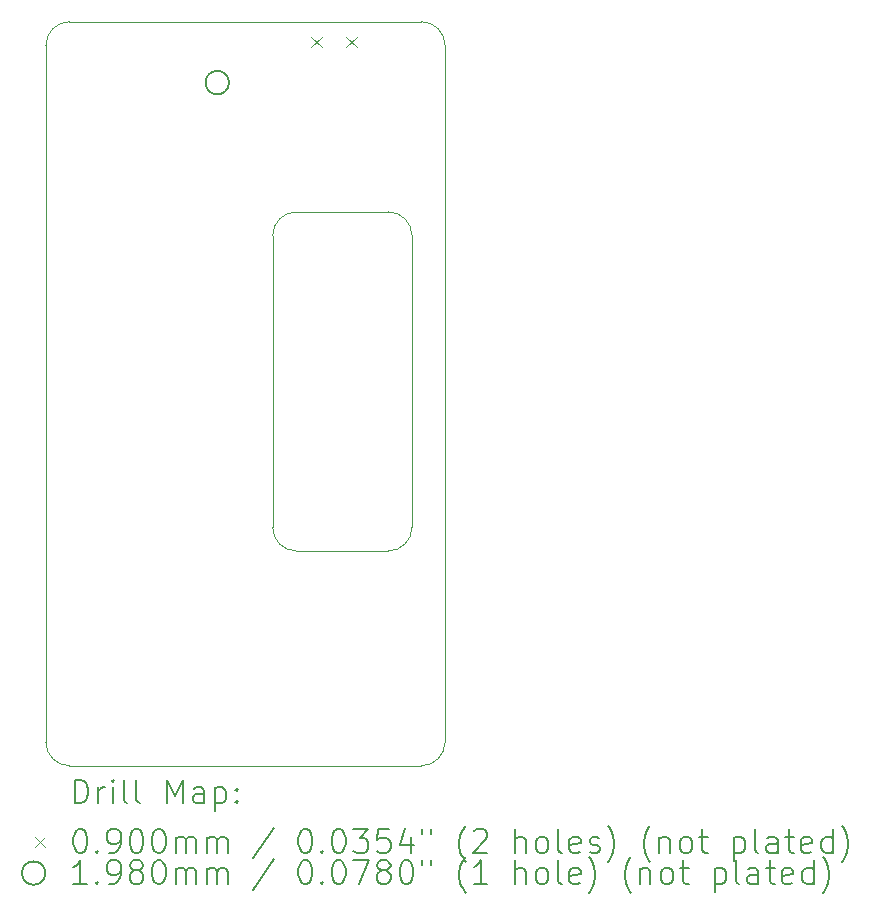
<source format=gbr>
%TF.GenerationSoftware,KiCad,Pcbnew,7.0.1*%
%TF.CreationDate,2024-04-03T13:53:12+02:00*%
%TF.ProjectId,filament,66696c61-6d65-46e7-942e-6b696361645f,rev?*%
%TF.SameCoordinates,Original*%
%TF.FileFunction,Drillmap*%
%TF.FilePolarity,Positive*%
%FSLAX45Y45*%
G04 Gerber Fmt 4.5, Leading zero omitted, Abs format (unit mm)*
G04 Created by KiCad (PCBNEW 7.0.1) date 2024-04-03 13:53:12*
%MOMM*%
%LPD*%
G01*
G04 APERTURE LIST*
%ADD10C,0.100000*%
%ADD11C,0.200000*%
%ADD12C,0.090000*%
%ADD13C,0.198000*%
G04 APERTURE END LIST*
D10*
X15020000Y-11190000D02*
G75*
G03*
X15220000Y-10990000I0J200000D01*
G01*
X12320000Y-6710000D02*
G75*
G03*
X12120000Y-6910000I0J-200000D01*
G01*
X14040000Y-10990000D02*
G75*
G03*
X14240000Y-11190000I200000J0D01*
G01*
X14040000Y-10990000D02*
X14040000Y-8520000D01*
X15020000Y-11190000D02*
X14240000Y-11190000D01*
X15500000Y-6910000D02*
G75*
G03*
X15300000Y-6710000I-200000J0D01*
G01*
X15300000Y-13008579D02*
G75*
G03*
X15500000Y-12808579I0J200000D01*
G01*
X14240000Y-8320000D02*
G75*
G03*
X14040000Y-8520000I0J-200000D01*
G01*
X14240000Y-8320000D02*
X15020000Y-8320000D01*
X12120000Y-12808579D02*
X12120000Y-6910000D01*
X15220000Y-8520000D02*
G75*
G03*
X15020000Y-8320000I-200000J0D01*
G01*
X15220000Y-8520000D02*
X15220000Y-10990000D01*
X12120000Y-12808579D02*
G75*
G03*
X12320000Y-13008579I200000J0D01*
G01*
X12320000Y-6710000D02*
X15300000Y-6710000D01*
X15300000Y-13008579D02*
X12320000Y-13008579D01*
X15500000Y-6910000D02*
X15500000Y-12808579D01*
D11*
D12*
X14365000Y-6835000D02*
X14455000Y-6925000D01*
X14455000Y-6835000D02*
X14365000Y-6925000D01*
X14665000Y-6835000D02*
X14755000Y-6925000D01*
X14755000Y-6835000D02*
X14665000Y-6925000D01*
D13*
X13670000Y-7225000D02*
G75*
G03*
X13670000Y-7225000I-99000J0D01*
G01*
D11*
X12362619Y-13326102D02*
X12362619Y-13126102D01*
X12362619Y-13126102D02*
X12410238Y-13126102D01*
X12410238Y-13126102D02*
X12438809Y-13135626D01*
X12438809Y-13135626D02*
X12457857Y-13154674D01*
X12457857Y-13154674D02*
X12467381Y-13173721D01*
X12467381Y-13173721D02*
X12476905Y-13211817D01*
X12476905Y-13211817D02*
X12476905Y-13240388D01*
X12476905Y-13240388D02*
X12467381Y-13278483D01*
X12467381Y-13278483D02*
X12457857Y-13297531D01*
X12457857Y-13297531D02*
X12438809Y-13316579D01*
X12438809Y-13316579D02*
X12410238Y-13326102D01*
X12410238Y-13326102D02*
X12362619Y-13326102D01*
X12562619Y-13326102D02*
X12562619Y-13192769D01*
X12562619Y-13230864D02*
X12572143Y-13211817D01*
X12572143Y-13211817D02*
X12581667Y-13202293D01*
X12581667Y-13202293D02*
X12600714Y-13192769D01*
X12600714Y-13192769D02*
X12619762Y-13192769D01*
X12686428Y-13326102D02*
X12686428Y-13192769D01*
X12686428Y-13126102D02*
X12676905Y-13135626D01*
X12676905Y-13135626D02*
X12686428Y-13145150D01*
X12686428Y-13145150D02*
X12695952Y-13135626D01*
X12695952Y-13135626D02*
X12686428Y-13126102D01*
X12686428Y-13126102D02*
X12686428Y-13145150D01*
X12810238Y-13326102D02*
X12791190Y-13316579D01*
X12791190Y-13316579D02*
X12781667Y-13297531D01*
X12781667Y-13297531D02*
X12781667Y-13126102D01*
X12915000Y-13326102D02*
X12895952Y-13316579D01*
X12895952Y-13316579D02*
X12886428Y-13297531D01*
X12886428Y-13297531D02*
X12886428Y-13126102D01*
X13143571Y-13326102D02*
X13143571Y-13126102D01*
X13143571Y-13126102D02*
X13210238Y-13268959D01*
X13210238Y-13268959D02*
X13276905Y-13126102D01*
X13276905Y-13126102D02*
X13276905Y-13326102D01*
X13457857Y-13326102D02*
X13457857Y-13221340D01*
X13457857Y-13221340D02*
X13448333Y-13202293D01*
X13448333Y-13202293D02*
X13429286Y-13192769D01*
X13429286Y-13192769D02*
X13391190Y-13192769D01*
X13391190Y-13192769D02*
X13372143Y-13202293D01*
X13457857Y-13316579D02*
X13438809Y-13326102D01*
X13438809Y-13326102D02*
X13391190Y-13326102D01*
X13391190Y-13326102D02*
X13372143Y-13316579D01*
X13372143Y-13316579D02*
X13362619Y-13297531D01*
X13362619Y-13297531D02*
X13362619Y-13278483D01*
X13362619Y-13278483D02*
X13372143Y-13259436D01*
X13372143Y-13259436D02*
X13391190Y-13249912D01*
X13391190Y-13249912D02*
X13438809Y-13249912D01*
X13438809Y-13249912D02*
X13457857Y-13240388D01*
X13553095Y-13192769D02*
X13553095Y-13392769D01*
X13553095Y-13202293D02*
X13572143Y-13192769D01*
X13572143Y-13192769D02*
X13610238Y-13192769D01*
X13610238Y-13192769D02*
X13629286Y-13202293D01*
X13629286Y-13202293D02*
X13638809Y-13211817D01*
X13638809Y-13211817D02*
X13648333Y-13230864D01*
X13648333Y-13230864D02*
X13648333Y-13288007D01*
X13648333Y-13288007D02*
X13638809Y-13307055D01*
X13638809Y-13307055D02*
X13629286Y-13316579D01*
X13629286Y-13316579D02*
X13610238Y-13326102D01*
X13610238Y-13326102D02*
X13572143Y-13326102D01*
X13572143Y-13326102D02*
X13553095Y-13316579D01*
X13734048Y-13307055D02*
X13743571Y-13316579D01*
X13743571Y-13316579D02*
X13734048Y-13326102D01*
X13734048Y-13326102D02*
X13724524Y-13316579D01*
X13724524Y-13316579D02*
X13734048Y-13307055D01*
X13734048Y-13307055D02*
X13734048Y-13326102D01*
X13734048Y-13202293D02*
X13743571Y-13211817D01*
X13743571Y-13211817D02*
X13734048Y-13221340D01*
X13734048Y-13221340D02*
X13724524Y-13211817D01*
X13724524Y-13211817D02*
X13734048Y-13202293D01*
X13734048Y-13202293D02*
X13734048Y-13221340D01*
D12*
X12025000Y-13608579D02*
X12115000Y-13698579D01*
X12115000Y-13608579D02*
X12025000Y-13698579D01*
D11*
X12400714Y-13546102D02*
X12419762Y-13546102D01*
X12419762Y-13546102D02*
X12438809Y-13555626D01*
X12438809Y-13555626D02*
X12448333Y-13565150D01*
X12448333Y-13565150D02*
X12457857Y-13584198D01*
X12457857Y-13584198D02*
X12467381Y-13622293D01*
X12467381Y-13622293D02*
X12467381Y-13669912D01*
X12467381Y-13669912D02*
X12457857Y-13708007D01*
X12457857Y-13708007D02*
X12448333Y-13727055D01*
X12448333Y-13727055D02*
X12438809Y-13736579D01*
X12438809Y-13736579D02*
X12419762Y-13746102D01*
X12419762Y-13746102D02*
X12400714Y-13746102D01*
X12400714Y-13746102D02*
X12381667Y-13736579D01*
X12381667Y-13736579D02*
X12372143Y-13727055D01*
X12372143Y-13727055D02*
X12362619Y-13708007D01*
X12362619Y-13708007D02*
X12353095Y-13669912D01*
X12353095Y-13669912D02*
X12353095Y-13622293D01*
X12353095Y-13622293D02*
X12362619Y-13584198D01*
X12362619Y-13584198D02*
X12372143Y-13565150D01*
X12372143Y-13565150D02*
X12381667Y-13555626D01*
X12381667Y-13555626D02*
X12400714Y-13546102D01*
X12553095Y-13727055D02*
X12562619Y-13736579D01*
X12562619Y-13736579D02*
X12553095Y-13746102D01*
X12553095Y-13746102D02*
X12543571Y-13736579D01*
X12543571Y-13736579D02*
X12553095Y-13727055D01*
X12553095Y-13727055D02*
X12553095Y-13746102D01*
X12657857Y-13746102D02*
X12695952Y-13746102D01*
X12695952Y-13746102D02*
X12715000Y-13736579D01*
X12715000Y-13736579D02*
X12724524Y-13727055D01*
X12724524Y-13727055D02*
X12743571Y-13698483D01*
X12743571Y-13698483D02*
X12753095Y-13660388D01*
X12753095Y-13660388D02*
X12753095Y-13584198D01*
X12753095Y-13584198D02*
X12743571Y-13565150D01*
X12743571Y-13565150D02*
X12734048Y-13555626D01*
X12734048Y-13555626D02*
X12715000Y-13546102D01*
X12715000Y-13546102D02*
X12676905Y-13546102D01*
X12676905Y-13546102D02*
X12657857Y-13555626D01*
X12657857Y-13555626D02*
X12648333Y-13565150D01*
X12648333Y-13565150D02*
X12638809Y-13584198D01*
X12638809Y-13584198D02*
X12638809Y-13631817D01*
X12638809Y-13631817D02*
X12648333Y-13650864D01*
X12648333Y-13650864D02*
X12657857Y-13660388D01*
X12657857Y-13660388D02*
X12676905Y-13669912D01*
X12676905Y-13669912D02*
X12715000Y-13669912D01*
X12715000Y-13669912D02*
X12734048Y-13660388D01*
X12734048Y-13660388D02*
X12743571Y-13650864D01*
X12743571Y-13650864D02*
X12753095Y-13631817D01*
X12876905Y-13546102D02*
X12895952Y-13546102D01*
X12895952Y-13546102D02*
X12915000Y-13555626D01*
X12915000Y-13555626D02*
X12924524Y-13565150D01*
X12924524Y-13565150D02*
X12934048Y-13584198D01*
X12934048Y-13584198D02*
X12943571Y-13622293D01*
X12943571Y-13622293D02*
X12943571Y-13669912D01*
X12943571Y-13669912D02*
X12934048Y-13708007D01*
X12934048Y-13708007D02*
X12924524Y-13727055D01*
X12924524Y-13727055D02*
X12915000Y-13736579D01*
X12915000Y-13736579D02*
X12895952Y-13746102D01*
X12895952Y-13746102D02*
X12876905Y-13746102D01*
X12876905Y-13746102D02*
X12857857Y-13736579D01*
X12857857Y-13736579D02*
X12848333Y-13727055D01*
X12848333Y-13727055D02*
X12838809Y-13708007D01*
X12838809Y-13708007D02*
X12829286Y-13669912D01*
X12829286Y-13669912D02*
X12829286Y-13622293D01*
X12829286Y-13622293D02*
X12838809Y-13584198D01*
X12838809Y-13584198D02*
X12848333Y-13565150D01*
X12848333Y-13565150D02*
X12857857Y-13555626D01*
X12857857Y-13555626D02*
X12876905Y-13546102D01*
X13067381Y-13546102D02*
X13086429Y-13546102D01*
X13086429Y-13546102D02*
X13105476Y-13555626D01*
X13105476Y-13555626D02*
X13115000Y-13565150D01*
X13115000Y-13565150D02*
X13124524Y-13584198D01*
X13124524Y-13584198D02*
X13134048Y-13622293D01*
X13134048Y-13622293D02*
X13134048Y-13669912D01*
X13134048Y-13669912D02*
X13124524Y-13708007D01*
X13124524Y-13708007D02*
X13115000Y-13727055D01*
X13115000Y-13727055D02*
X13105476Y-13736579D01*
X13105476Y-13736579D02*
X13086429Y-13746102D01*
X13086429Y-13746102D02*
X13067381Y-13746102D01*
X13067381Y-13746102D02*
X13048333Y-13736579D01*
X13048333Y-13736579D02*
X13038809Y-13727055D01*
X13038809Y-13727055D02*
X13029286Y-13708007D01*
X13029286Y-13708007D02*
X13019762Y-13669912D01*
X13019762Y-13669912D02*
X13019762Y-13622293D01*
X13019762Y-13622293D02*
X13029286Y-13584198D01*
X13029286Y-13584198D02*
X13038809Y-13565150D01*
X13038809Y-13565150D02*
X13048333Y-13555626D01*
X13048333Y-13555626D02*
X13067381Y-13546102D01*
X13219762Y-13746102D02*
X13219762Y-13612769D01*
X13219762Y-13631817D02*
X13229286Y-13622293D01*
X13229286Y-13622293D02*
X13248333Y-13612769D01*
X13248333Y-13612769D02*
X13276905Y-13612769D01*
X13276905Y-13612769D02*
X13295952Y-13622293D01*
X13295952Y-13622293D02*
X13305476Y-13641340D01*
X13305476Y-13641340D02*
X13305476Y-13746102D01*
X13305476Y-13641340D02*
X13315000Y-13622293D01*
X13315000Y-13622293D02*
X13334048Y-13612769D01*
X13334048Y-13612769D02*
X13362619Y-13612769D01*
X13362619Y-13612769D02*
X13381667Y-13622293D01*
X13381667Y-13622293D02*
X13391190Y-13641340D01*
X13391190Y-13641340D02*
X13391190Y-13746102D01*
X13486429Y-13746102D02*
X13486429Y-13612769D01*
X13486429Y-13631817D02*
X13495952Y-13622293D01*
X13495952Y-13622293D02*
X13515000Y-13612769D01*
X13515000Y-13612769D02*
X13543571Y-13612769D01*
X13543571Y-13612769D02*
X13562619Y-13622293D01*
X13562619Y-13622293D02*
X13572143Y-13641340D01*
X13572143Y-13641340D02*
X13572143Y-13746102D01*
X13572143Y-13641340D02*
X13581667Y-13622293D01*
X13581667Y-13622293D02*
X13600714Y-13612769D01*
X13600714Y-13612769D02*
X13629286Y-13612769D01*
X13629286Y-13612769D02*
X13648333Y-13622293D01*
X13648333Y-13622293D02*
X13657857Y-13641340D01*
X13657857Y-13641340D02*
X13657857Y-13746102D01*
X14048333Y-13536579D02*
X13876905Y-13793721D01*
X14305476Y-13546102D02*
X14324524Y-13546102D01*
X14324524Y-13546102D02*
X14343572Y-13555626D01*
X14343572Y-13555626D02*
X14353095Y-13565150D01*
X14353095Y-13565150D02*
X14362619Y-13584198D01*
X14362619Y-13584198D02*
X14372143Y-13622293D01*
X14372143Y-13622293D02*
X14372143Y-13669912D01*
X14372143Y-13669912D02*
X14362619Y-13708007D01*
X14362619Y-13708007D02*
X14353095Y-13727055D01*
X14353095Y-13727055D02*
X14343572Y-13736579D01*
X14343572Y-13736579D02*
X14324524Y-13746102D01*
X14324524Y-13746102D02*
X14305476Y-13746102D01*
X14305476Y-13746102D02*
X14286429Y-13736579D01*
X14286429Y-13736579D02*
X14276905Y-13727055D01*
X14276905Y-13727055D02*
X14267381Y-13708007D01*
X14267381Y-13708007D02*
X14257857Y-13669912D01*
X14257857Y-13669912D02*
X14257857Y-13622293D01*
X14257857Y-13622293D02*
X14267381Y-13584198D01*
X14267381Y-13584198D02*
X14276905Y-13565150D01*
X14276905Y-13565150D02*
X14286429Y-13555626D01*
X14286429Y-13555626D02*
X14305476Y-13546102D01*
X14457857Y-13727055D02*
X14467381Y-13736579D01*
X14467381Y-13736579D02*
X14457857Y-13746102D01*
X14457857Y-13746102D02*
X14448333Y-13736579D01*
X14448333Y-13736579D02*
X14457857Y-13727055D01*
X14457857Y-13727055D02*
X14457857Y-13746102D01*
X14591191Y-13546102D02*
X14610238Y-13546102D01*
X14610238Y-13546102D02*
X14629286Y-13555626D01*
X14629286Y-13555626D02*
X14638810Y-13565150D01*
X14638810Y-13565150D02*
X14648333Y-13584198D01*
X14648333Y-13584198D02*
X14657857Y-13622293D01*
X14657857Y-13622293D02*
X14657857Y-13669912D01*
X14657857Y-13669912D02*
X14648333Y-13708007D01*
X14648333Y-13708007D02*
X14638810Y-13727055D01*
X14638810Y-13727055D02*
X14629286Y-13736579D01*
X14629286Y-13736579D02*
X14610238Y-13746102D01*
X14610238Y-13746102D02*
X14591191Y-13746102D01*
X14591191Y-13746102D02*
X14572143Y-13736579D01*
X14572143Y-13736579D02*
X14562619Y-13727055D01*
X14562619Y-13727055D02*
X14553095Y-13708007D01*
X14553095Y-13708007D02*
X14543572Y-13669912D01*
X14543572Y-13669912D02*
X14543572Y-13622293D01*
X14543572Y-13622293D02*
X14553095Y-13584198D01*
X14553095Y-13584198D02*
X14562619Y-13565150D01*
X14562619Y-13565150D02*
X14572143Y-13555626D01*
X14572143Y-13555626D02*
X14591191Y-13546102D01*
X14724524Y-13546102D02*
X14848333Y-13546102D01*
X14848333Y-13546102D02*
X14781667Y-13622293D01*
X14781667Y-13622293D02*
X14810238Y-13622293D01*
X14810238Y-13622293D02*
X14829286Y-13631817D01*
X14829286Y-13631817D02*
X14838810Y-13641340D01*
X14838810Y-13641340D02*
X14848333Y-13660388D01*
X14848333Y-13660388D02*
X14848333Y-13708007D01*
X14848333Y-13708007D02*
X14838810Y-13727055D01*
X14838810Y-13727055D02*
X14829286Y-13736579D01*
X14829286Y-13736579D02*
X14810238Y-13746102D01*
X14810238Y-13746102D02*
X14753095Y-13746102D01*
X14753095Y-13746102D02*
X14734048Y-13736579D01*
X14734048Y-13736579D02*
X14724524Y-13727055D01*
X15029286Y-13546102D02*
X14934048Y-13546102D01*
X14934048Y-13546102D02*
X14924524Y-13641340D01*
X14924524Y-13641340D02*
X14934048Y-13631817D01*
X14934048Y-13631817D02*
X14953095Y-13622293D01*
X14953095Y-13622293D02*
X15000714Y-13622293D01*
X15000714Y-13622293D02*
X15019762Y-13631817D01*
X15019762Y-13631817D02*
X15029286Y-13641340D01*
X15029286Y-13641340D02*
X15038810Y-13660388D01*
X15038810Y-13660388D02*
X15038810Y-13708007D01*
X15038810Y-13708007D02*
X15029286Y-13727055D01*
X15029286Y-13727055D02*
X15019762Y-13736579D01*
X15019762Y-13736579D02*
X15000714Y-13746102D01*
X15000714Y-13746102D02*
X14953095Y-13746102D01*
X14953095Y-13746102D02*
X14934048Y-13736579D01*
X14934048Y-13736579D02*
X14924524Y-13727055D01*
X15210238Y-13612769D02*
X15210238Y-13746102D01*
X15162619Y-13536579D02*
X15115000Y-13679436D01*
X15115000Y-13679436D02*
X15238810Y-13679436D01*
X15305476Y-13546102D02*
X15305476Y-13584198D01*
X15381667Y-13546102D02*
X15381667Y-13584198D01*
X15676905Y-13822293D02*
X15667381Y-13812769D01*
X15667381Y-13812769D02*
X15648334Y-13784198D01*
X15648334Y-13784198D02*
X15638810Y-13765150D01*
X15638810Y-13765150D02*
X15629286Y-13736579D01*
X15629286Y-13736579D02*
X15619762Y-13688959D01*
X15619762Y-13688959D02*
X15619762Y-13650864D01*
X15619762Y-13650864D02*
X15629286Y-13603245D01*
X15629286Y-13603245D02*
X15638810Y-13574674D01*
X15638810Y-13574674D02*
X15648334Y-13555626D01*
X15648334Y-13555626D02*
X15667381Y-13527055D01*
X15667381Y-13527055D02*
X15676905Y-13517531D01*
X15743572Y-13565150D02*
X15753095Y-13555626D01*
X15753095Y-13555626D02*
X15772143Y-13546102D01*
X15772143Y-13546102D02*
X15819762Y-13546102D01*
X15819762Y-13546102D02*
X15838810Y-13555626D01*
X15838810Y-13555626D02*
X15848334Y-13565150D01*
X15848334Y-13565150D02*
X15857857Y-13584198D01*
X15857857Y-13584198D02*
X15857857Y-13603245D01*
X15857857Y-13603245D02*
X15848334Y-13631817D01*
X15848334Y-13631817D02*
X15734048Y-13746102D01*
X15734048Y-13746102D02*
X15857857Y-13746102D01*
X16095953Y-13746102D02*
X16095953Y-13546102D01*
X16181667Y-13746102D02*
X16181667Y-13641340D01*
X16181667Y-13641340D02*
X16172143Y-13622293D01*
X16172143Y-13622293D02*
X16153096Y-13612769D01*
X16153096Y-13612769D02*
X16124524Y-13612769D01*
X16124524Y-13612769D02*
X16105476Y-13622293D01*
X16105476Y-13622293D02*
X16095953Y-13631817D01*
X16305476Y-13746102D02*
X16286429Y-13736579D01*
X16286429Y-13736579D02*
X16276905Y-13727055D01*
X16276905Y-13727055D02*
X16267381Y-13708007D01*
X16267381Y-13708007D02*
X16267381Y-13650864D01*
X16267381Y-13650864D02*
X16276905Y-13631817D01*
X16276905Y-13631817D02*
X16286429Y-13622293D01*
X16286429Y-13622293D02*
X16305476Y-13612769D01*
X16305476Y-13612769D02*
X16334048Y-13612769D01*
X16334048Y-13612769D02*
X16353096Y-13622293D01*
X16353096Y-13622293D02*
X16362619Y-13631817D01*
X16362619Y-13631817D02*
X16372143Y-13650864D01*
X16372143Y-13650864D02*
X16372143Y-13708007D01*
X16372143Y-13708007D02*
X16362619Y-13727055D01*
X16362619Y-13727055D02*
X16353096Y-13736579D01*
X16353096Y-13736579D02*
X16334048Y-13746102D01*
X16334048Y-13746102D02*
X16305476Y-13746102D01*
X16486429Y-13746102D02*
X16467381Y-13736579D01*
X16467381Y-13736579D02*
X16457857Y-13717531D01*
X16457857Y-13717531D02*
X16457857Y-13546102D01*
X16638810Y-13736579D02*
X16619762Y-13746102D01*
X16619762Y-13746102D02*
X16581667Y-13746102D01*
X16581667Y-13746102D02*
X16562619Y-13736579D01*
X16562619Y-13736579D02*
X16553096Y-13717531D01*
X16553096Y-13717531D02*
X16553096Y-13641340D01*
X16553096Y-13641340D02*
X16562619Y-13622293D01*
X16562619Y-13622293D02*
X16581667Y-13612769D01*
X16581667Y-13612769D02*
X16619762Y-13612769D01*
X16619762Y-13612769D02*
X16638810Y-13622293D01*
X16638810Y-13622293D02*
X16648334Y-13641340D01*
X16648334Y-13641340D02*
X16648334Y-13660388D01*
X16648334Y-13660388D02*
X16553096Y-13679436D01*
X16724524Y-13736579D02*
X16743572Y-13746102D01*
X16743572Y-13746102D02*
X16781667Y-13746102D01*
X16781667Y-13746102D02*
X16800715Y-13736579D01*
X16800715Y-13736579D02*
X16810239Y-13717531D01*
X16810239Y-13717531D02*
X16810239Y-13708007D01*
X16810239Y-13708007D02*
X16800715Y-13688959D01*
X16800715Y-13688959D02*
X16781667Y-13679436D01*
X16781667Y-13679436D02*
X16753096Y-13679436D01*
X16753096Y-13679436D02*
X16734048Y-13669912D01*
X16734048Y-13669912D02*
X16724524Y-13650864D01*
X16724524Y-13650864D02*
X16724524Y-13641340D01*
X16724524Y-13641340D02*
X16734048Y-13622293D01*
X16734048Y-13622293D02*
X16753096Y-13612769D01*
X16753096Y-13612769D02*
X16781667Y-13612769D01*
X16781667Y-13612769D02*
X16800715Y-13622293D01*
X16876905Y-13822293D02*
X16886429Y-13812769D01*
X16886429Y-13812769D02*
X16905477Y-13784198D01*
X16905477Y-13784198D02*
X16915000Y-13765150D01*
X16915000Y-13765150D02*
X16924524Y-13736579D01*
X16924524Y-13736579D02*
X16934048Y-13688959D01*
X16934048Y-13688959D02*
X16934048Y-13650864D01*
X16934048Y-13650864D02*
X16924524Y-13603245D01*
X16924524Y-13603245D02*
X16915000Y-13574674D01*
X16915000Y-13574674D02*
X16905477Y-13555626D01*
X16905477Y-13555626D02*
X16886429Y-13527055D01*
X16886429Y-13527055D02*
X16876905Y-13517531D01*
X17238810Y-13822293D02*
X17229286Y-13812769D01*
X17229286Y-13812769D02*
X17210239Y-13784198D01*
X17210239Y-13784198D02*
X17200715Y-13765150D01*
X17200715Y-13765150D02*
X17191191Y-13736579D01*
X17191191Y-13736579D02*
X17181667Y-13688959D01*
X17181667Y-13688959D02*
X17181667Y-13650864D01*
X17181667Y-13650864D02*
X17191191Y-13603245D01*
X17191191Y-13603245D02*
X17200715Y-13574674D01*
X17200715Y-13574674D02*
X17210239Y-13555626D01*
X17210239Y-13555626D02*
X17229286Y-13527055D01*
X17229286Y-13527055D02*
X17238810Y-13517531D01*
X17315000Y-13612769D02*
X17315000Y-13746102D01*
X17315000Y-13631817D02*
X17324524Y-13622293D01*
X17324524Y-13622293D02*
X17343572Y-13612769D01*
X17343572Y-13612769D02*
X17372143Y-13612769D01*
X17372143Y-13612769D02*
X17391191Y-13622293D01*
X17391191Y-13622293D02*
X17400715Y-13641340D01*
X17400715Y-13641340D02*
X17400715Y-13746102D01*
X17524524Y-13746102D02*
X17505477Y-13736579D01*
X17505477Y-13736579D02*
X17495953Y-13727055D01*
X17495953Y-13727055D02*
X17486429Y-13708007D01*
X17486429Y-13708007D02*
X17486429Y-13650864D01*
X17486429Y-13650864D02*
X17495953Y-13631817D01*
X17495953Y-13631817D02*
X17505477Y-13622293D01*
X17505477Y-13622293D02*
X17524524Y-13612769D01*
X17524524Y-13612769D02*
X17553096Y-13612769D01*
X17553096Y-13612769D02*
X17572143Y-13622293D01*
X17572143Y-13622293D02*
X17581667Y-13631817D01*
X17581667Y-13631817D02*
X17591191Y-13650864D01*
X17591191Y-13650864D02*
X17591191Y-13708007D01*
X17591191Y-13708007D02*
X17581667Y-13727055D01*
X17581667Y-13727055D02*
X17572143Y-13736579D01*
X17572143Y-13736579D02*
X17553096Y-13746102D01*
X17553096Y-13746102D02*
X17524524Y-13746102D01*
X17648334Y-13612769D02*
X17724524Y-13612769D01*
X17676905Y-13546102D02*
X17676905Y-13717531D01*
X17676905Y-13717531D02*
X17686429Y-13736579D01*
X17686429Y-13736579D02*
X17705477Y-13746102D01*
X17705477Y-13746102D02*
X17724524Y-13746102D01*
X17943572Y-13612769D02*
X17943572Y-13812769D01*
X17943572Y-13622293D02*
X17962620Y-13612769D01*
X17962620Y-13612769D02*
X18000715Y-13612769D01*
X18000715Y-13612769D02*
X18019762Y-13622293D01*
X18019762Y-13622293D02*
X18029286Y-13631817D01*
X18029286Y-13631817D02*
X18038810Y-13650864D01*
X18038810Y-13650864D02*
X18038810Y-13708007D01*
X18038810Y-13708007D02*
X18029286Y-13727055D01*
X18029286Y-13727055D02*
X18019762Y-13736579D01*
X18019762Y-13736579D02*
X18000715Y-13746102D01*
X18000715Y-13746102D02*
X17962620Y-13746102D01*
X17962620Y-13746102D02*
X17943572Y-13736579D01*
X18153096Y-13746102D02*
X18134048Y-13736579D01*
X18134048Y-13736579D02*
X18124524Y-13717531D01*
X18124524Y-13717531D02*
X18124524Y-13546102D01*
X18315001Y-13746102D02*
X18315001Y-13641340D01*
X18315001Y-13641340D02*
X18305477Y-13622293D01*
X18305477Y-13622293D02*
X18286429Y-13612769D01*
X18286429Y-13612769D02*
X18248334Y-13612769D01*
X18248334Y-13612769D02*
X18229286Y-13622293D01*
X18315001Y-13736579D02*
X18295953Y-13746102D01*
X18295953Y-13746102D02*
X18248334Y-13746102D01*
X18248334Y-13746102D02*
X18229286Y-13736579D01*
X18229286Y-13736579D02*
X18219762Y-13717531D01*
X18219762Y-13717531D02*
X18219762Y-13698483D01*
X18219762Y-13698483D02*
X18229286Y-13679436D01*
X18229286Y-13679436D02*
X18248334Y-13669912D01*
X18248334Y-13669912D02*
X18295953Y-13669912D01*
X18295953Y-13669912D02*
X18315001Y-13660388D01*
X18381667Y-13612769D02*
X18457858Y-13612769D01*
X18410239Y-13546102D02*
X18410239Y-13717531D01*
X18410239Y-13717531D02*
X18419762Y-13736579D01*
X18419762Y-13736579D02*
X18438810Y-13746102D01*
X18438810Y-13746102D02*
X18457858Y-13746102D01*
X18600715Y-13736579D02*
X18581667Y-13746102D01*
X18581667Y-13746102D02*
X18543572Y-13746102D01*
X18543572Y-13746102D02*
X18524524Y-13736579D01*
X18524524Y-13736579D02*
X18515001Y-13717531D01*
X18515001Y-13717531D02*
X18515001Y-13641340D01*
X18515001Y-13641340D02*
X18524524Y-13622293D01*
X18524524Y-13622293D02*
X18543572Y-13612769D01*
X18543572Y-13612769D02*
X18581667Y-13612769D01*
X18581667Y-13612769D02*
X18600715Y-13622293D01*
X18600715Y-13622293D02*
X18610239Y-13641340D01*
X18610239Y-13641340D02*
X18610239Y-13660388D01*
X18610239Y-13660388D02*
X18515001Y-13679436D01*
X18781667Y-13746102D02*
X18781667Y-13546102D01*
X18781667Y-13736579D02*
X18762620Y-13746102D01*
X18762620Y-13746102D02*
X18724524Y-13746102D01*
X18724524Y-13746102D02*
X18705477Y-13736579D01*
X18705477Y-13736579D02*
X18695953Y-13727055D01*
X18695953Y-13727055D02*
X18686429Y-13708007D01*
X18686429Y-13708007D02*
X18686429Y-13650864D01*
X18686429Y-13650864D02*
X18695953Y-13631817D01*
X18695953Y-13631817D02*
X18705477Y-13622293D01*
X18705477Y-13622293D02*
X18724524Y-13612769D01*
X18724524Y-13612769D02*
X18762620Y-13612769D01*
X18762620Y-13612769D02*
X18781667Y-13622293D01*
X18857858Y-13822293D02*
X18867382Y-13812769D01*
X18867382Y-13812769D02*
X18886429Y-13784198D01*
X18886429Y-13784198D02*
X18895953Y-13765150D01*
X18895953Y-13765150D02*
X18905477Y-13736579D01*
X18905477Y-13736579D02*
X18915001Y-13688959D01*
X18915001Y-13688959D02*
X18915001Y-13650864D01*
X18915001Y-13650864D02*
X18905477Y-13603245D01*
X18905477Y-13603245D02*
X18895953Y-13574674D01*
X18895953Y-13574674D02*
X18886429Y-13555626D01*
X18886429Y-13555626D02*
X18867382Y-13527055D01*
X18867382Y-13527055D02*
X18857858Y-13517531D01*
D13*
X12115000Y-13917579D02*
G75*
G03*
X12115000Y-13917579I-99000J0D01*
G01*
D11*
X12467381Y-14010102D02*
X12353095Y-14010102D01*
X12410238Y-14010102D02*
X12410238Y-13810102D01*
X12410238Y-13810102D02*
X12391190Y-13838674D01*
X12391190Y-13838674D02*
X12372143Y-13857721D01*
X12372143Y-13857721D02*
X12353095Y-13867245D01*
X12553095Y-13991055D02*
X12562619Y-14000579D01*
X12562619Y-14000579D02*
X12553095Y-14010102D01*
X12553095Y-14010102D02*
X12543571Y-14000579D01*
X12543571Y-14000579D02*
X12553095Y-13991055D01*
X12553095Y-13991055D02*
X12553095Y-14010102D01*
X12657857Y-14010102D02*
X12695952Y-14010102D01*
X12695952Y-14010102D02*
X12715000Y-14000579D01*
X12715000Y-14000579D02*
X12724524Y-13991055D01*
X12724524Y-13991055D02*
X12743571Y-13962483D01*
X12743571Y-13962483D02*
X12753095Y-13924388D01*
X12753095Y-13924388D02*
X12753095Y-13848198D01*
X12753095Y-13848198D02*
X12743571Y-13829150D01*
X12743571Y-13829150D02*
X12734048Y-13819626D01*
X12734048Y-13819626D02*
X12715000Y-13810102D01*
X12715000Y-13810102D02*
X12676905Y-13810102D01*
X12676905Y-13810102D02*
X12657857Y-13819626D01*
X12657857Y-13819626D02*
X12648333Y-13829150D01*
X12648333Y-13829150D02*
X12638809Y-13848198D01*
X12638809Y-13848198D02*
X12638809Y-13895817D01*
X12638809Y-13895817D02*
X12648333Y-13914864D01*
X12648333Y-13914864D02*
X12657857Y-13924388D01*
X12657857Y-13924388D02*
X12676905Y-13933912D01*
X12676905Y-13933912D02*
X12715000Y-13933912D01*
X12715000Y-13933912D02*
X12734048Y-13924388D01*
X12734048Y-13924388D02*
X12743571Y-13914864D01*
X12743571Y-13914864D02*
X12753095Y-13895817D01*
X12867381Y-13895817D02*
X12848333Y-13886293D01*
X12848333Y-13886293D02*
X12838809Y-13876769D01*
X12838809Y-13876769D02*
X12829286Y-13857721D01*
X12829286Y-13857721D02*
X12829286Y-13848198D01*
X12829286Y-13848198D02*
X12838809Y-13829150D01*
X12838809Y-13829150D02*
X12848333Y-13819626D01*
X12848333Y-13819626D02*
X12867381Y-13810102D01*
X12867381Y-13810102D02*
X12905476Y-13810102D01*
X12905476Y-13810102D02*
X12924524Y-13819626D01*
X12924524Y-13819626D02*
X12934048Y-13829150D01*
X12934048Y-13829150D02*
X12943571Y-13848198D01*
X12943571Y-13848198D02*
X12943571Y-13857721D01*
X12943571Y-13857721D02*
X12934048Y-13876769D01*
X12934048Y-13876769D02*
X12924524Y-13886293D01*
X12924524Y-13886293D02*
X12905476Y-13895817D01*
X12905476Y-13895817D02*
X12867381Y-13895817D01*
X12867381Y-13895817D02*
X12848333Y-13905340D01*
X12848333Y-13905340D02*
X12838809Y-13914864D01*
X12838809Y-13914864D02*
X12829286Y-13933912D01*
X12829286Y-13933912D02*
X12829286Y-13972007D01*
X12829286Y-13972007D02*
X12838809Y-13991055D01*
X12838809Y-13991055D02*
X12848333Y-14000579D01*
X12848333Y-14000579D02*
X12867381Y-14010102D01*
X12867381Y-14010102D02*
X12905476Y-14010102D01*
X12905476Y-14010102D02*
X12924524Y-14000579D01*
X12924524Y-14000579D02*
X12934048Y-13991055D01*
X12934048Y-13991055D02*
X12943571Y-13972007D01*
X12943571Y-13972007D02*
X12943571Y-13933912D01*
X12943571Y-13933912D02*
X12934048Y-13914864D01*
X12934048Y-13914864D02*
X12924524Y-13905340D01*
X12924524Y-13905340D02*
X12905476Y-13895817D01*
X13067381Y-13810102D02*
X13086429Y-13810102D01*
X13086429Y-13810102D02*
X13105476Y-13819626D01*
X13105476Y-13819626D02*
X13115000Y-13829150D01*
X13115000Y-13829150D02*
X13124524Y-13848198D01*
X13124524Y-13848198D02*
X13134048Y-13886293D01*
X13134048Y-13886293D02*
X13134048Y-13933912D01*
X13134048Y-13933912D02*
X13124524Y-13972007D01*
X13124524Y-13972007D02*
X13115000Y-13991055D01*
X13115000Y-13991055D02*
X13105476Y-14000579D01*
X13105476Y-14000579D02*
X13086429Y-14010102D01*
X13086429Y-14010102D02*
X13067381Y-14010102D01*
X13067381Y-14010102D02*
X13048333Y-14000579D01*
X13048333Y-14000579D02*
X13038809Y-13991055D01*
X13038809Y-13991055D02*
X13029286Y-13972007D01*
X13029286Y-13972007D02*
X13019762Y-13933912D01*
X13019762Y-13933912D02*
X13019762Y-13886293D01*
X13019762Y-13886293D02*
X13029286Y-13848198D01*
X13029286Y-13848198D02*
X13038809Y-13829150D01*
X13038809Y-13829150D02*
X13048333Y-13819626D01*
X13048333Y-13819626D02*
X13067381Y-13810102D01*
X13219762Y-14010102D02*
X13219762Y-13876769D01*
X13219762Y-13895817D02*
X13229286Y-13886293D01*
X13229286Y-13886293D02*
X13248333Y-13876769D01*
X13248333Y-13876769D02*
X13276905Y-13876769D01*
X13276905Y-13876769D02*
X13295952Y-13886293D01*
X13295952Y-13886293D02*
X13305476Y-13905340D01*
X13305476Y-13905340D02*
X13305476Y-14010102D01*
X13305476Y-13905340D02*
X13315000Y-13886293D01*
X13315000Y-13886293D02*
X13334048Y-13876769D01*
X13334048Y-13876769D02*
X13362619Y-13876769D01*
X13362619Y-13876769D02*
X13381667Y-13886293D01*
X13381667Y-13886293D02*
X13391190Y-13905340D01*
X13391190Y-13905340D02*
X13391190Y-14010102D01*
X13486429Y-14010102D02*
X13486429Y-13876769D01*
X13486429Y-13895817D02*
X13495952Y-13886293D01*
X13495952Y-13886293D02*
X13515000Y-13876769D01*
X13515000Y-13876769D02*
X13543571Y-13876769D01*
X13543571Y-13876769D02*
X13562619Y-13886293D01*
X13562619Y-13886293D02*
X13572143Y-13905340D01*
X13572143Y-13905340D02*
X13572143Y-14010102D01*
X13572143Y-13905340D02*
X13581667Y-13886293D01*
X13581667Y-13886293D02*
X13600714Y-13876769D01*
X13600714Y-13876769D02*
X13629286Y-13876769D01*
X13629286Y-13876769D02*
X13648333Y-13886293D01*
X13648333Y-13886293D02*
X13657857Y-13905340D01*
X13657857Y-13905340D02*
X13657857Y-14010102D01*
X14048333Y-13800579D02*
X13876905Y-14057721D01*
X14305476Y-13810102D02*
X14324524Y-13810102D01*
X14324524Y-13810102D02*
X14343572Y-13819626D01*
X14343572Y-13819626D02*
X14353095Y-13829150D01*
X14353095Y-13829150D02*
X14362619Y-13848198D01*
X14362619Y-13848198D02*
X14372143Y-13886293D01*
X14372143Y-13886293D02*
X14372143Y-13933912D01*
X14372143Y-13933912D02*
X14362619Y-13972007D01*
X14362619Y-13972007D02*
X14353095Y-13991055D01*
X14353095Y-13991055D02*
X14343572Y-14000579D01*
X14343572Y-14000579D02*
X14324524Y-14010102D01*
X14324524Y-14010102D02*
X14305476Y-14010102D01*
X14305476Y-14010102D02*
X14286429Y-14000579D01*
X14286429Y-14000579D02*
X14276905Y-13991055D01*
X14276905Y-13991055D02*
X14267381Y-13972007D01*
X14267381Y-13972007D02*
X14257857Y-13933912D01*
X14257857Y-13933912D02*
X14257857Y-13886293D01*
X14257857Y-13886293D02*
X14267381Y-13848198D01*
X14267381Y-13848198D02*
X14276905Y-13829150D01*
X14276905Y-13829150D02*
X14286429Y-13819626D01*
X14286429Y-13819626D02*
X14305476Y-13810102D01*
X14457857Y-13991055D02*
X14467381Y-14000579D01*
X14467381Y-14000579D02*
X14457857Y-14010102D01*
X14457857Y-14010102D02*
X14448333Y-14000579D01*
X14448333Y-14000579D02*
X14457857Y-13991055D01*
X14457857Y-13991055D02*
X14457857Y-14010102D01*
X14591191Y-13810102D02*
X14610238Y-13810102D01*
X14610238Y-13810102D02*
X14629286Y-13819626D01*
X14629286Y-13819626D02*
X14638810Y-13829150D01*
X14638810Y-13829150D02*
X14648333Y-13848198D01*
X14648333Y-13848198D02*
X14657857Y-13886293D01*
X14657857Y-13886293D02*
X14657857Y-13933912D01*
X14657857Y-13933912D02*
X14648333Y-13972007D01*
X14648333Y-13972007D02*
X14638810Y-13991055D01*
X14638810Y-13991055D02*
X14629286Y-14000579D01*
X14629286Y-14000579D02*
X14610238Y-14010102D01*
X14610238Y-14010102D02*
X14591191Y-14010102D01*
X14591191Y-14010102D02*
X14572143Y-14000579D01*
X14572143Y-14000579D02*
X14562619Y-13991055D01*
X14562619Y-13991055D02*
X14553095Y-13972007D01*
X14553095Y-13972007D02*
X14543572Y-13933912D01*
X14543572Y-13933912D02*
X14543572Y-13886293D01*
X14543572Y-13886293D02*
X14553095Y-13848198D01*
X14553095Y-13848198D02*
X14562619Y-13829150D01*
X14562619Y-13829150D02*
X14572143Y-13819626D01*
X14572143Y-13819626D02*
X14591191Y-13810102D01*
X14724524Y-13810102D02*
X14857857Y-13810102D01*
X14857857Y-13810102D02*
X14772143Y-14010102D01*
X14962619Y-13895817D02*
X14943572Y-13886293D01*
X14943572Y-13886293D02*
X14934048Y-13876769D01*
X14934048Y-13876769D02*
X14924524Y-13857721D01*
X14924524Y-13857721D02*
X14924524Y-13848198D01*
X14924524Y-13848198D02*
X14934048Y-13829150D01*
X14934048Y-13829150D02*
X14943572Y-13819626D01*
X14943572Y-13819626D02*
X14962619Y-13810102D01*
X14962619Y-13810102D02*
X15000714Y-13810102D01*
X15000714Y-13810102D02*
X15019762Y-13819626D01*
X15019762Y-13819626D02*
X15029286Y-13829150D01*
X15029286Y-13829150D02*
X15038810Y-13848198D01*
X15038810Y-13848198D02*
X15038810Y-13857721D01*
X15038810Y-13857721D02*
X15029286Y-13876769D01*
X15029286Y-13876769D02*
X15019762Y-13886293D01*
X15019762Y-13886293D02*
X15000714Y-13895817D01*
X15000714Y-13895817D02*
X14962619Y-13895817D01*
X14962619Y-13895817D02*
X14943572Y-13905340D01*
X14943572Y-13905340D02*
X14934048Y-13914864D01*
X14934048Y-13914864D02*
X14924524Y-13933912D01*
X14924524Y-13933912D02*
X14924524Y-13972007D01*
X14924524Y-13972007D02*
X14934048Y-13991055D01*
X14934048Y-13991055D02*
X14943572Y-14000579D01*
X14943572Y-14000579D02*
X14962619Y-14010102D01*
X14962619Y-14010102D02*
X15000714Y-14010102D01*
X15000714Y-14010102D02*
X15019762Y-14000579D01*
X15019762Y-14000579D02*
X15029286Y-13991055D01*
X15029286Y-13991055D02*
X15038810Y-13972007D01*
X15038810Y-13972007D02*
X15038810Y-13933912D01*
X15038810Y-13933912D02*
X15029286Y-13914864D01*
X15029286Y-13914864D02*
X15019762Y-13905340D01*
X15019762Y-13905340D02*
X15000714Y-13895817D01*
X15162619Y-13810102D02*
X15181667Y-13810102D01*
X15181667Y-13810102D02*
X15200714Y-13819626D01*
X15200714Y-13819626D02*
X15210238Y-13829150D01*
X15210238Y-13829150D02*
X15219762Y-13848198D01*
X15219762Y-13848198D02*
X15229286Y-13886293D01*
X15229286Y-13886293D02*
X15229286Y-13933912D01*
X15229286Y-13933912D02*
X15219762Y-13972007D01*
X15219762Y-13972007D02*
X15210238Y-13991055D01*
X15210238Y-13991055D02*
X15200714Y-14000579D01*
X15200714Y-14000579D02*
X15181667Y-14010102D01*
X15181667Y-14010102D02*
X15162619Y-14010102D01*
X15162619Y-14010102D02*
X15143572Y-14000579D01*
X15143572Y-14000579D02*
X15134048Y-13991055D01*
X15134048Y-13991055D02*
X15124524Y-13972007D01*
X15124524Y-13972007D02*
X15115000Y-13933912D01*
X15115000Y-13933912D02*
X15115000Y-13886293D01*
X15115000Y-13886293D02*
X15124524Y-13848198D01*
X15124524Y-13848198D02*
X15134048Y-13829150D01*
X15134048Y-13829150D02*
X15143572Y-13819626D01*
X15143572Y-13819626D02*
X15162619Y-13810102D01*
X15305476Y-13810102D02*
X15305476Y-13848198D01*
X15381667Y-13810102D02*
X15381667Y-13848198D01*
X15676905Y-14086293D02*
X15667381Y-14076769D01*
X15667381Y-14076769D02*
X15648334Y-14048198D01*
X15648334Y-14048198D02*
X15638810Y-14029150D01*
X15638810Y-14029150D02*
X15629286Y-14000579D01*
X15629286Y-14000579D02*
X15619762Y-13952959D01*
X15619762Y-13952959D02*
X15619762Y-13914864D01*
X15619762Y-13914864D02*
X15629286Y-13867245D01*
X15629286Y-13867245D02*
X15638810Y-13838674D01*
X15638810Y-13838674D02*
X15648334Y-13819626D01*
X15648334Y-13819626D02*
X15667381Y-13791055D01*
X15667381Y-13791055D02*
X15676905Y-13781531D01*
X15857857Y-14010102D02*
X15743572Y-14010102D01*
X15800714Y-14010102D02*
X15800714Y-13810102D01*
X15800714Y-13810102D02*
X15781667Y-13838674D01*
X15781667Y-13838674D02*
X15762619Y-13857721D01*
X15762619Y-13857721D02*
X15743572Y-13867245D01*
X16095953Y-14010102D02*
X16095953Y-13810102D01*
X16181667Y-14010102D02*
X16181667Y-13905340D01*
X16181667Y-13905340D02*
X16172143Y-13886293D01*
X16172143Y-13886293D02*
X16153096Y-13876769D01*
X16153096Y-13876769D02*
X16124524Y-13876769D01*
X16124524Y-13876769D02*
X16105476Y-13886293D01*
X16105476Y-13886293D02*
X16095953Y-13895817D01*
X16305476Y-14010102D02*
X16286429Y-14000579D01*
X16286429Y-14000579D02*
X16276905Y-13991055D01*
X16276905Y-13991055D02*
X16267381Y-13972007D01*
X16267381Y-13972007D02*
X16267381Y-13914864D01*
X16267381Y-13914864D02*
X16276905Y-13895817D01*
X16276905Y-13895817D02*
X16286429Y-13886293D01*
X16286429Y-13886293D02*
X16305476Y-13876769D01*
X16305476Y-13876769D02*
X16334048Y-13876769D01*
X16334048Y-13876769D02*
X16353096Y-13886293D01*
X16353096Y-13886293D02*
X16362619Y-13895817D01*
X16362619Y-13895817D02*
X16372143Y-13914864D01*
X16372143Y-13914864D02*
X16372143Y-13972007D01*
X16372143Y-13972007D02*
X16362619Y-13991055D01*
X16362619Y-13991055D02*
X16353096Y-14000579D01*
X16353096Y-14000579D02*
X16334048Y-14010102D01*
X16334048Y-14010102D02*
X16305476Y-14010102D01*
X16486429Y-14010102D02*
X16467381Y-14000579D01*
X16467381Y-14000579D02*
X16457857Y-13981531D01*
X16457857Y-13981531D02*
X16457857Y-13810102D01*
X16638810Y-14000579D02*
X16619762Y-14010102D01*
X16619762Y-14010102D02*
X16581667Y-14010102D01*
X16581667Y-14010102D02*
X16562619Y-14000579D01*
X16562619Y-14000579D02*
X16553096Y-13981531D01*
X16553096Y-13981531D02*
X16553096Y-13905340D01*
X16553096Y-13905340D02*
X16562619Y-13886293D01*
X16562619Y-13886293D02*
X16581667Y-13876769D01*
X16581667Y-13876769D02*
X16619762Y-13876769D01*
X16619762Y-13876769D02*
X16638810Y-13886293D01*
X16638810Y-13886293D02*
X16648334Y-13905340D01*
X16648334Y-13905340D02*
X16648334Y-13924388D01*
X16648334Y-13924388D02*
X16553096Y-13943436D01*
X16715000Y-14086293D02*
X16724524Y-14076769D01*
X16724524Y-14076769D02*
X16743572Y-14048198D01*
X16743572Y-14048198D02*
X16753096Y-14029150D01*
X16753096Y-14029150D02*
X16762619Y-14000579D01*
X16762619Y-14000579D02*
X16772143Y-13952959D01*
X16772143Y-13952959D02*
X16772143Y-13914864D01*
X16772143Y-13914864D02*
X16762619Y-13867245D01*
X16762619Y-13867245D02*
X16753096Y-13838674D01*
X16753096Y-13838674D02*
X16743572Y-13819626D01*
X16743572Y-13819626D02*
X16724524Y-13791055D01*
X16724524Y-13791055D02*
X16715000Y-13781531D01*
X17076905Y-14086293D02*
X17067381Y-14076769D01*
X17067381Y-14076769D02*
X17048334Y-14048198D01*
X17048334Y-14048198D02*
X17038810Y-14029150D01*
X17038810Y-14029150D02*
X17029286Y-14000579D01*
X17029286Y-14000579D02*
X17019762Y-13952959D01*
X17019762Y-13952959D02*
X17019762Y-13914864D01*
X17019762Y-13914864D02*
X17029286Y-13867245D01*
X17029286Y-13867245D02*
X17038810Y-13838674D01*
X17038810Y-13838674D02*
X17048334Y-13819626D01*
X17048334Y-13819626D02*
X17067381Y-13791055D01*
X17067381Y-13791055D02*
X17076905Y-13781531D01*
X17153096Y-13876769D02*
X17153096Y-14010102D01*
X17153096Y-13895817D02*
X17162619Y-13886293D01*
X17162619Y-13886293D02*
X17181667Y-13876769D01*
X17181667Y-13876769D02*
X17210239Y-13876769D01*
X17210239Y-13876769D02*
X17229286Y-13886293D01*
X17229286Y-13886293D02*
X17238810Y-13905340D01*
X17238810Y-13905340D02*
X17238810Y-14010102D01*
X17362619Y-14010102D02*
X17343572Y-14000579D01*
X17343572Y-14000579D02*
X17334048Y-13991055D01*
X17334048Y-13991055D02*
X17324524Y-13972007D01*
X17324524Y-13972007D02*
X17324524Y-13914864D01*
X17324524Y-13914864D02*
X17334048Y-13895817D01*
X17334048Y-13895817D02*
X17343572Y-13886293D01*
X17343572Y-13886293D02*
X17362619Y-13876769D01*
X17362619Y-13876769D02*
X17391191Y-13876769D01*
X17391191Y-13876769D02*
X17410239Y-13886293D01*
X17410239Y-13886293D02*
X17419762Y-13895817D01*
X17419762Y-13895817D02*
X17429286Y-13914864D01*
X17429286Y-13914864D02*
X17429286Y-13972007D01*
X17429286Y-13972007D02*
X17419762Y-13991055D01*
X17419762Y-13991055D02*
X17410239Y-14000579D01*
X17410239Y-14000579D02*
X17391191Y-14010102D01*
X17391191Y-14010102D02*
X17362619Y-14010102D01*
X17486429Y-13876769D02*
X17562619Y-13876769D01*
X17515000Y-13810102D02*
X17515000Y-13981531D01*
X17515000Y-13981531D02*
X17524524Y-14000579D01*
X17524524Y-14000579D02*
X17543572Y-14010102D01*
X17543572Y-14010102D02*
X17562619Y-14010102D01*
X17781667Y-13876769D02*
X17781667Y-14076769D01*
X17781667Y-13886293D02*
X17800715Y-13876769D01*
X17800715Y-13876769D02*
X17838810Y-13876769D01*
X17838810Y-13876769D02*
X17857858Y-13886293D01*
X17857858Y-13886293D02*
X17867381Y-13895817D01*
X17867381Y-13895817D02*
X17876905Y-13914864D01*
X17876905Y-13914864D02*
X17876905Y-13972007D01*
X17876905Y-13972007D02*
X17867381Y-13991055D01*
X17867381Y-13991055D02*
X17857858Y-14000579D01*
X17857858Y-14000579D02*
X17838810Y-14010102D01*
X17838810Y-14010102D02*
X17800715Y-14010102D01*
X17800715Y-14010102D02*
X17781667Y-14000579D01*
X17991191Y-14010102D02*
X17972143Y-14000579D01*
X17972143Y-14000579D02*
X17962620Y-13981531D01*
X17962620Y-13981531D02*
X17962620Y-13810102D01*
X18153096Y-14010102D02*
X18153096Y-13905340D01*
X18153096Y-13905340D02*
X18143572Y-13886293D01*
X18143572Y-13886293D02*
X18124524Y-13876769D01*
X18124524Y-13876769D02*
X18086429Y-13876769D01*
X18086429Y-13876769D02*
X18067381Y-13886293D01*
X18153096Y-14000579D02*
X18134048Y-14010102D01*
X18134048Y-14010102D02*
X18086429Y-14010102D01*
X18086429Y-14010102D02*
X18067381Y-14000579D01*
X18067381Y-14000579D02*
X18057858Y-13981531D01*
X18057858Y-13981531D02*
X18057858Y-13962483D01*
X18057858Y-13962483D02*
X18067381Y-13943436D01*
X18067381Y-13943436D02*
X18086429Y-13933912D01*
X18086429Y-13933912D02*
X18134048Y-13933912D01*
X18134048Y-13933912D02*
X18153096Y-13924388D01*
X18219762Y-13876769D02*
X18295953Y-13876769D01*
X18248334Y-13810102D02*
X18248334Y-13981531D01*
X18248334Y-13981531D02*
X18257858Y-14000579D01*
X18257858Y-14000579D02*
X18276905Y-14010102D01*
X18276905Y-14010102D02*
X18295953Y-14010102D01*
X18438810Y-14000579D02*
X18419762Y-14010102D01*
X18419762Y-14010102D02*
X18381667Y-14010102D01*
X18381667Y-14010102D02*
X18362620Y-14000579D01*
X18362620Y-14000579D02*
X18353096Y-13981531D01*
X18353096Y-13981531D02*
X18353096Y-13905340D01*
X18353096Y-13905340D02*
X18362620Y-13886293D01*
X18362620Y-13886293D02*
X18381667Y-13876769D01*
X18381667Y-13876769D02*
X18419762Y-13876769D01*
X18419762Y-13876769D02*
X18438810Y-13886293D01*
X18438810Y-13886293D02*
X18448334Y-13905340D01*
X18448334Y-13905340D02*
X18448334Y-13924388D01*
X18448334Y-13924388D02*
X18353096Y-13943436D01*
X18619762Y-14010102D02*
X18619762Y-13810102D01*
X18619762Y-14000579D02*
X18600715Y-14010102D01*
X18600715Y-14010102D02*
X18562620Y-14010102D01*
X18562620Y-14010102D02*
X18543572Y-14000579D01*
X18543572Y-14000579D02*
X18534048Y-13991055D01*
X18534048Y-13991055D02*
X18524524Y-13972007D01*
X18524524Y-13972007D02*
X18524524Y-13914864D01*
X18524524Y-13914864D02*
X18534048Y-13895817D01*
X18534048Y-13895817D02*
X18543572Y-13886293D01*
X18543572Y-13886293D02*
X18562620Y-13876769D01*
X18562620Y-13876769D02*
X18600715Y-13876769D01*
X18600715Y-13876769D02*
X18619762Y-13886293D01*
X18695953Y-14086293D02*
X18705477Y-14076769D01*
X18705477Y-14076769D02*
X18724524Y-14048198D01*
X18724524Y-14048198D02*
X18734048Y-14029150D01*
X18734048Y-14029150D02*
X18743572Y-14000579D01*
X18743572Y-14000579D02*
X18753096Y-13952959D01*
X18753096Y-13952959D02*
X18753096Y-13914864D01*
X18753096Y-13914864D02*
X18743572Y-13867245D01*
X18743572Y-13867245D02*
X18734048Y-13838674D01*
X18734048Y-13838674D02*
X18724524Y-13819626D01*
X18724524Y-13819626D02*
X18705477Y-13791055D01*
X18705477Y-13791055D02*
X18695953Y-13781531D01*
M02*

</source>
